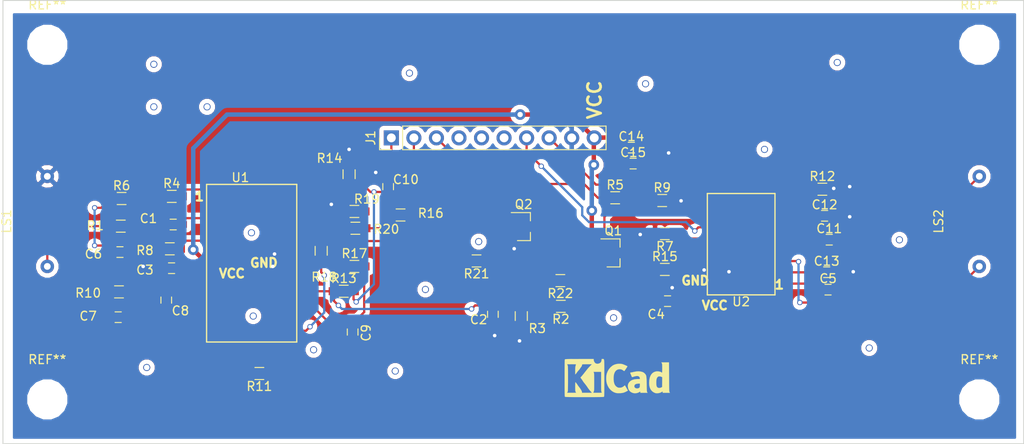
<source format=kicad_pcb>
(kicad_pcb (version 4) (host pcbnew 4.0.7)
  (layers (0 F.Cu signal) (31 B.Cu signal) (34 B.Paste user) (35 F.Paste user) (36 B.SilkS user) (37 F.SilkS user) (38 B.Mask user) (39 F.Mask user) (44 Edge.Cuts user))
  (net 0 "")
  (net 1 "Net-(C1-Pad1)")
  (net 2 "Net-(C1-Pad2)")
  (net 3 "Net-(C2-Pad1)")
  (net 4 GND)
  (net 5 "Net-(C4-Pad1)")
  (net 6 "Net-(C5-Pad1)")
  (net 7 "Net-(C5-Pad2)")
  (net 8 "Net-(C6-Pad1)")
  (net 9 "Net-(C6-Pad2)")
  (net 10 "Net-(C7-Pad2)")
  (net 11 "Net-(C9-Pad1)")
  (net 12 "Net-(C9-Pad2)")
  (net 13 "Net-(C10-Pad1)")
  (net 14 "Net-(C11-Pad1)")
  (net 15 "Net-(C11-Pad2)")
  (net 16 "Net-(C12-Pad1)")
  (net 17 "Net-(C13-Pad1)")
  (net 18 VCC)
  (net 19 "Net-(J1-Pad1)")
  (net 20 "Net-(J1-Pad2)")
  (net 21 "Net-(J1-Pad3)")
  (net 22 "Net-(J1-Pad4)")
  (net 23 "Net-(J1-Pad5)")
  (net 24 "Net-(J1-Pad6)")
  (net 25 "Net-(J1-Pad7)")
  (net 26 "Net-(J1-Pad8)")
  (net 27 "Net-(LS1-Pad1)")
  (net 28 "Net-(LS2-Pad1)")
  (net 29 "Net-(LS2-Pad2)")
  (net 30 "Net-(Q1-Pad1)")
  (net 31 "Net-(Q2-Pad1)")
  (net 32 "Net-(R4-Pad1)")
  (net 33 "Net-(R7-Pad1)")
  (net 34 "Net-(R9-Pad1)")
  (net 35 "Net-(R12-Pad1)")
  (net 36 "Net-(R15-Pad1)")
  (net 37 "Net-(R17-Pad1)")
  (net 38 "Net-(R18-Pad2)")
  (net 39 "Net-(R19-Pad1)")
  (module via (layer F.Cu) (at 164 94.4)
    (fp_text reference REF** hide)
    (fp_text value via)
    (pad 1 thru_hole circle (at 0 2.6) (size 0.8 0.8) (drill 0.6) (layers *.Cu))
  )
  (module via (layer F.Cu) (at 105 126.8)
    (fp_text reference REF** hide)
    (fp_text value via)
    (pad 1 thru_hole circle (at 0 2.6) (size 0.8 0.8) (drill 0.6) (layers *.Cu))
  )
  (module via (layer F.Cu) (at 86.2 128.8)
    (fp_text reference REF** hide)
    (fp_text value via)
    (pad 1 thru_hole circle (at 0 2.6) (size 0.8 0.8) (drill 0.6) (layers *.Cu))
  )
  (module via (layer F.Cu) (at 98.2 123)
    (fp_text reference REF** hide)
    (fp_text value via)
    (pad 1 thru_hole circle (at 0 2.6) (size 0.8 0.8) (drill 0.6) (layers *.Cu))
  )
  (module via (layer F.Cu) (at 98 113.6)
    (fp_text reference REF** hide)
    (fp_text value via)
    (pad 1 thru_hole circle (at 0 2.6) (size 0.8 0.8) (drill 0.6) (layers *.Cu))
  )
  (module via (layer F.Cu) (at 114.2 129.2)
    (fp_text reference REF** hide)
    (fp_text value via)
    (pad 1 thru_hole circle (at 0 2.6) (size 0.8 0.8) (drill 0.6) (layers *.Cu))
  )
  (module via (layer F.Cu) (at 138.8 123.2)
    (fp_text reference REF** hide)
    (fp_text value via)
    (pad 1 thru_hole circle (at 0 2.6) (size 0.8 0.8) (drill 0.6) (layers *.Cu))
  )
  (module via (layer F.Cu) (at 167.6 126.6)
    (fp_text reference REF** hide)
    (fp_text value via)
    (pad 1 thru_hole circle (at 0 2.6) (size 0.8 0.8) (drill 0.6) (layers *.Cu))
  )
  (module via (layer F.Cu) (at 171 114.4)
    (fp_text reference REF** hide)
    (fp_text value via)
    (pad 1 thru_hole circle (at 0 2.6) (size 0.8 0.8) (drill 0.6) (layers *.Cu))
  )
  (module via (layer F.Cu) (at 155.8 104.2)
    (fp_text reference REF** hide)
    (fp_text value via)
    (pad 1 thru_hole circle (at 0 2.6) (size 0.8 0.8) (drill 0.6) (layers *.Cu))
  )
  (module via (layer F.Cu) (at 142.4 96.8)
    (fp_text reference REF** hide)
    (fp_text value via)
    (pad 1 thru_hole circle (at 0 2.6) (size 0.8 0.8) (drill 0.6) (layers *.Cu))
  )
  (module via (layer F.Cu) (at 117.6 120)
    (fp_text reference REF** hide)
    (fp_text value via)
    (pad 1 thru_hole circle (at 0 2.6) (size 0.8 0.8) (drill 0.6) (layers *.Cu))
  )
  (module via (layer F.Cu) (at 123.6 114.6)
    (fp_text reference REF** hide)
    (fp_text value via)
    (pad 1 thru_hole circle (at 0 2.6) (size 0.8 0.8) (drill 0.6) (layers *.Cu))
  )
  (module via (layer F.Cu) (at 93 99.4)
    (fp_text reference REF** hide)
    (fp_text value via)
    (pad 1 thru_hole circle (at 0 2.6) (size 0.8 0.8) (drill 0.6) (layers *.Cu))
  )
  (module via (layer F.Cu) (at 87 99.4)
    (fp_text reference REF** hide)
    (fp_text value via)
    (pad 1 thru_hole circle (at 0 2.6) (size 0.8 0.8) (drill 0.6) (layers *.Cu))
  )
  (module via (layer F.Cu) (at 115.8 98.2)
    (fp_text reference REF** hide)
    (fp_text value via hide)
    (pad 1 thru_hole circle (at 0 0) (size 0.8 0.8) (drill 0.6) (layers *.Cu))
  )
  (module via (layer F.Cu) (at 87 97.2)
    (fp_text reference REF** hide)
    (fp_text value via hide)
    (pad 1 thru_hole circle (at 0 0) (size 0.8 0.8) (drill 0.6) (layers *.Cu))
  )
  (module Resistors_SMD:R_0603_HandSoldering (layer F.Cu) (at 144.57154 120.34012)
    (fp_text reference R15 (at 0 -1.45) (layer F.SilkS))
    (fp_text value 10K)
    (pad 1 smd rect (at -1.1 0) (size 1.2 0.9) (layers F.Cu F.Paste F.Mask) (net 36 "Net-(R15-Pad1)"))
    (pad 2 smd rect (at 1.1 0) (size 1.2 0.9) (layers F.Cu F.Paste F.Mask) (net 4 GND))
  )
  (module EM78P153S:MAX232A (layer F.Cu) (at 150.63216 124.47778 180)
    (fp_text reference U2 (at -2.54 0.5 180) (layer F.SilkS))
    (fp_text value MAX232)
    (pad 1 smd rect (at -5.08 2.54 180) (size 1.1 0.5) (layers F.Cu F.Paste F.Mask) (net 6 "Net-(C5-Pad1)"))
    (pad 2 smd rect (at -5.08 3.81 180) (size 1.1 0.5) (layers F.Cu F.Paste F.Mask) (net 17 "Net-(C13-Pad1)"))
    (pad 3 smd rect (at -5.08 5.08 180) (size 1.1 0.5) (layers F.Cu F.Paste F.Mask) (net 7 "Net-(C5-Pad2)"))
    (pad 4 smd rect (at -5.08 6.35 180) (size 1.1 0.5) (layers F.Cu F.Paste F.Mask) (net 14 "Net-(C11-Pad1)"))
    (pad 5 smd rect (at -5.08 7.62 180) (size 1.1 0.5) (layers F.Cu F.Paste F.Mask) (net 15 "Net-(C11-Pad2)"))
    (pad 6 smd rect (at -5.08 8.89 180) (size 1.1 0.5) (layers F.Cu F.Paste F.Mask) (net 16 "Net-(C12-Pad1)"))
    (pad 7 smd rect (at -5.08 10.16 180) (size 1.1 0.5) (layers F.Cu F.Paste F.Mask) (net 29 "Net-(LS2-Pad2)"))
    (pad 8 smd rect (at -5.08 11.43 180) (size 1.1 0.5) (layers F.Cu F.Paste F.Mask) (net 35 "Net-(R12-Pad1)"))
    (pad 9 smd rect (at 0 11.43 180) (size 1.1 0.5) (layers F.Cu F.Paste F.Mask) (net 34 "Net-(R9-Pad1)"))
    (pad 10 smd rect (at 0 10.16 180) (size 1.1 0.5) (layers F.Cu F.Paste F.Mask) (net 26 "Net-(J1-Pad8)"))
    (pad 11 smd rect (at 0 8.89 180) (size 1.1 0.5) (layers F.Cu F.Paste F.Mask) (net 25 "Net-(J1-Pad7)"))
    (pad 12 smd rect (at 0 7.62 180) (size 1.1 0.5) (layers F.Cu F.Paste F.Mask) (net 33 "Net-(R7-Pad1)"))
    (pad 13 smd rect (at 0 6.35 180) (size 1.1 0.5) (layers F.Cu F.Paste F.Mask) (net 36 "Net-(R15-Pad1)"))
    (pad 14 smd rect (at 0 5.08 180) (size 1.1 0.5) (layers F.Cu F.Paste F.Mask) (net 28 "Net-(LS2-Pad1)"))
    (pad 15 smd rect (at 0 3.81 180) (size 1.1 0.5) (layers F.Cu F.Paste F.Mask) (net 4 GND))
    (pad 16 smd rect (at 0 2.54 180) (size 1.1 0.5) (layers F.Cu F.Paste F.Mask) (net 5 "Net-(C4-Pad1)"))
  )
  (module EM78P153S:LM324 (layer F.Cu) (at 96.75368 109.47654)
    (fp_text reference U1 (at 0 0.5) (layer F.SilkS))
    (fp_text value LM324)
    (pad 1 smd rect (at -2.54 2.54) (size 1.1 0.5) (layers F.Cu F.Paste F.Mask) (net 32 "Net-(R4-Pad1)"))
    (pad 2 smd rect (at -2.54 5.08) (size 1.1 0.5) (layers F.Cu F.Paste F.Mask) (net 2 "Net-(C1-Pad2)"))
    (pad 3 smd rect (at -2.54 7.62) (size 1.1 0.5) (layers F.Cu F.Paste F.Mask) (net 3 "Net-(C2-Pad1)"))
    (pad 4 smd rect (at -2.54 10.16) (size 1.1 0.5) (layers F.Cu F.Paste F.Mask) (net 18 VCC))
    (pad 5 smd rect (at -2.54 12.7) (size 1.1 0.5) (layers F.Cu F.Paste F.Mask) (net 3 "Net-(C2-Pad1)"))
    (pad 6 smd rect (at -2.54 15.24) (size 1.1 0.5) (layers F.Cu F.Paste F.Mask) (net 9 "Net-(C6-Pad2)"))
    (pad 7 smd rect (at -2.54 17.78) (size 1.1 0.5) (layers F.Cu F.Paste F.Mask) (net 10 "Net-(C7-Pad2)"))
    (pad 8 smd rect (at 5.08 17.78) (size 1.1 0.5) (layers F.Cu F.Paste F.Mask) (net 37 "Net-(R17-Pad1)"))
    (pad 9 smd rect (at 5.08 15.24) (size 1.1 0.5) (layers F.Cu F.Paste F.Mask) (net 12 "Net-(C9-Pad2)"))
    (pad 10 smd rect (at 5.08 12.7) (size 1.1 0.5) (layers F.Cu F.Paste F.Mask) (net 3 "Net-(C2-Pad1)"))
    (pad 11 smd rect (at 5.08 10.16) (size 1.1 0.5) (layers F.Cu F.Paste F.Mask) (net 4 GND))
    (pad 12 smd rect (at 5.08 7.62) (size 1.1 0.5) (layers F.Cu F.Paste F.Mask) (net 38 "Net-(R18-Pad2)"))
    (pad 13 smd rect (at 5.08 5.08) (size 1.1 0.5) (layers F.Cu F.Paste F.Mask) (net 13 "Net-(C10-Pad1)"))
    (pad 14 smd rect (at 5.08 2.54) (size 1.1 0.5) (layers F.Cu F.Paste F.Mask) (net 39 "Net-(R19-Pad1)"))
  )
  (module Capacitors_SMD:C_0603_HandSoldering (layer F.Cu) (at 89.18194 115.27282)
    (fp_text reference C1 (at -2.78194 -0.67282) (layer F.SilkS))
    (fp_text value 10n)
    (pad 1 smd rect (at -0.95 0) (size 1.2 0.75) (layers F.Cu F.Paste F.Mask) (net 1 "Net-(C1-Pad1)"))
    (pad 2 smd rect (at 0.95 0) (size 1.2 0.75) (layers F.Cu F.Paste F.Mask) (net 2 "Net-(C1-Pad2)"))
  )
  (module Capacitors_SMD:C_0603_HandSoldering (layer F.Cu) (at 125.2 125.4 270)
    (fp_text reference C2 (at 0.6 1.6 360) (layer F.SilkS))
    (fp_text value 1u2)
    (pad 1 smd rect (at -0.95 0 270) (size 1.2 0.75) (layers F.Cu F.Paste F.Mask) (net 3 "Net-(C2-Pad1)"))
    (pad 2 smd rect (at 0.95 0 270) (size 1.2 0.75) (layers F.Cu F.Paste F.Mask) (net 4 GND))
  )
  (module Capacitors_SMD:C_0603_HandSoldering (layer F.Cu) (at 89 120.2 180)
    (fp_text reference C3 (at 3 -0.2 180) (layer F.SilkS))
    (fp_text value 150n)
    (pad 1 smd rect (at -0.95 0 180) (size 1.2 0.75) (layers F.Cu F.Paste F.Mask) (net 3 "Net-(C2-Pad1)"))
    (pad 2 smd rect (at 0.95 0 180) (size 1.2 0.75) (layers F.Cu F.Paste F.Mask) (net 4 GND))
  )
  (module Capacitors_SMD:C_0603_HandSoldering (layer F.Cu) (at 144.87902 123.91644)
    (fp_text reference C4 (at -1.27902 1.48356) (layer F.SilkS))
    (fp_text value 10uF)
    (pad 1 smd rect (at -0.95 0) (size 1.2 0.75) (layers F.Cu F.Paste F.Mask) (net 5 "Net-(C4-Pad1)"))
    (pad 2 smd rect (at 0.95 0) (size 1.2 0.75) (layers F.Cu F.Paste F.Mask) (net 4 GND))
  )
  (module Capacitors_SMD:C_0603_HandSoldering (layer F.Cu) (at 162.96128 122.6185)
    (fp_text reference C5 (at 0 -1.25) (layer F.SilkS))
    (fp_text value 1uF)
    (pad 1 smd rect (at -0.95 0) (size 1.2 0.75) (layers F.Cu F.Paste F.Mask) (net 6 "Net-(C5-Pad1)"))
    (pad 2 smd rect (at 0.95 0) (size 1.2 0.75) (layers F.Cu F.Paste F.Mask) (net 7 "Net-(C5-Pad2)"))
  )
  (module Capacitors_SMD:C_0603_HandSoldering (layer F.Cu) (at 83.18496 118.38178)
    (fp_text reference C6 (at -2.98496 0.21822) (layer F.SilkS))
    (fp_text value 1n)
    (pad 1 smd rect (at -0.95 0) (size 1.2 0.75) (layers F.Cu F.Paste F.Mask) (net 8 "Net-(C6-Pad1)"))
    (pad 2 smd rect (at 0.95 0) (size 1.2 0.75) (layers F.Cu F.Paste F.Mask) (net 9 "Net-(C6-Pad2)"))
  )
  (module Capacitors_SMD:C_0603_HandSoldering (layer F.Cu) (at 82.98496 125.7266)
    (fp_text reference C7 (at -3.38496 -0.1266) (layer F.SilkS))
    (fp_text value 1n)
    (pad 1 smd rect (at -0.95 0) (size 1.2 0.75) (layers F.Cu F.Paste F.Mask) (net 8 "Net-(C6-Pad1)"))
    (pad 2 smd rect (at 0.95 0) (size 1.2 0.75) (layers F.Cu F.Paste F.Mask) (net 10 "Net-(C7-Pad2)"))
  )
  (module Capacitors_SMD:C_0603_HandSoldering (layer F.Cu) (at 88.4 123.8 270)
    (fp_text reference C8 (at 1.2 -1.6 360) (layer F.SilkS))
    (fp_text value 12p)
    (pad 1 smd rect (at -0.95 0 270) (size 1.2 0.75) (layers F.Cu F.Paste F.Mask) (net 9 "Net-(C6-Pad2)"))
    (pad 2 smd rect (at 0.95 0 270) (size 1.2 0.75) (layers F.Cu F.Paste F.Mask) (net 10 "Net-(C7-Pad2)"))
  )
  (module Capacitors_SMD:C_0603_HandSoldering (layer F.Cu) (at 109.4 127.4 90)
    (fp_text reference C9 (at -0.0924 1.5116 90) (layer F.SilkS))
    (fp_text value 10n)
    (pad 1 smd rect (at -0.95 0 90) (size 1.2 0.75) (layers F.Cu F.Paste F.Mask) (net 11 "Net-(C9-Pad1)"))
    (pad 2 smd rect (at 0.95 0 90) (size 1.2 0.75) (layers F.Cu F.Paste F.Mask) (net 12 "Net-(C9-Pad2)"))
  )
  (module Capacitors_SMD:C_0603_HandSoldering (layer F.Cu) (at 113.4 111 90)
    (fp_text reference C10 (at 0.8 2 180) (layer F.SilkS))
    (fp_text value CP1_Small)
    (pad 1 smd rect (at -0.95 0 90) (size 1.2 0.75) (layers F.Cu F.Paste F.Mask) (net 13 "Net-(C10-Pad1)"))
    (pad 2 smd rect (at 0.95 0 90) (size 1.2 0.75) (layers F.Cu F.Paste F.Mask) (net 4 GND))
  )
  (module Capacitors_SMD:C_0603_HandSoldering (layer F.Cu) (at 163.09336 116.98478)
    (fp_text reference C11 (at 0 -1.25) (layer F.SilkS))
    (fp_text value 1uF)
    (pad 1 smd rect (at -0.95 0) (size 1.2 0.75) (layers F.Cu F.Paste F.Mask) (net 14 "Net-(C11-Pad1)"))
    (pad 2 smd rect (at 0.95 0) (size 1.2 0.75) (layers F.Cu F.Paste F.Mask) (net 15 "Net-(C11-Pad2)"))
  )
  (module Capacitors_SMD:C_0603_HandSoldering (layer F.Cu) (at 162.57266 114.28984)
    (fp_text reference C12 (at 0 -1.25) (layer F.SilkS))
    (fp_text value 1uF)
    (pad 1 smd rect (at -0.95 0) (size 1.2 0.75) (layers F.Cu F.Paste F.Mask) (net 16 "Net-(C12-Pad1)"))
    (pad 2 smd rect (at 0.95 0) (size 1.2 0.75) (layers F.Cu F.Paste F.Mask) (net 4 GND))
  )
  (module Capacitors_SMD:C_0603_HandSoldering (layer F.Cu) (at 162.80888 120.65254)
    (fp_text reference C13 (at 0 -1.25) (layer F.SilkS))
    (fp_text value 1uF)
    (pad 1 smd rect (at -0.95 0) (size 1.2 0.75) (layers F.Cu F.Paste F.Mask) (net 17 "Net-(C13-Pad1)"))
    (pad 2 smd rect (at 0.95 0) (size 1.2 0.75) (layers F.Cu F.Paste F.Mask) (net 4 GND))
  )
  (module Capacitors_SMD:C_0603_HandSoldering (layer F.Cu) (at 140.8 106.6)
    (fp_text reference C14 (at 0 -1.25) (layer F.SilkS))
    (fp_text value 10uF)
    (pad 1 smd rect (at -0.95 0) (size 1.2 0.75) (layers F.Cu F.Paste F.Mask) (net 18 VCC))
    (pad 2 smd rect (at 0.95 0) (size 1.2 0.75) (layers F.Cu F.Paste F.Mask) (net 4 GND))
  )
  (module Capacitors_SMD:C_0603_HandSoldering (layer F.Cu) (at 141 108.4)
    (fp_text reference C15 (at 0 -1.25) (layer F.SilkS))
    (fp_text value 10uF)
    (pad 1 smd rect (at -0.95 0) (size 1.2 0.75) (layers F.Cu F.Paste F.Mask) (net 18 VCC))
    (pad 2 smd rect (at 0.95 0) (size 1.2 0.75) (layers F.Cu F.Paste F.Mask) (net 4 GND))
  )
  (module Socket_Strips:Socket_Strip_Straight_1x10_Pitch2.54mm (layer F.Cu) (at 113.76 105.5 90)
    (fp_text reference J1 (at 0 -2.33 90) (layer F.SilkS))
    (fp_text value Conn_01x10_Male)
    (pad 1 thru_hole rect (at 0 0 90) (size 1.7 1.7) (drill 1) (layers *.Cu *.Mask) (net 19 "Net-(J1-Pad1)"))
    (pad 2 thru_hole oval (at 0 2.54 90) (size 1.7 1.7) (drill 1) (layers *.Cu *.Mask) (net 20 "Net-(J1-Pad2)"))
    (pad 3 thru_hole oval (at 0 5.08 90) (size 1.7 1.7) (drill 1) (layers *.Cu *.Mask) (net 21 "Net-(J1-Pad3)"))
    (pad 4 thru_hole oval (at 0 7.62 90) (size 1.7 1.7) (drill 1) (layers *.Cu *.Mask) (net 22 "Net-(J1-Pad4)"))
    (pad 5 thru_hole oval (at 0 10.16 90) (size 1.7 1.7) (drill 1) (layers *.Cu *.Mask) (net 23 "Net-(J1-Pad5)"))
    (pad 6 thru_hole oval (at 0 12.7 90) (size 1.7 1.7) (drill 1) (layers *.Cu *.Mask) (net 24 "Net-(J1-Pad6)"))
    (pad 7 thru_hole oval (at 0 15.24 90) (size 1.7 1.7) (drill 1) (layers *.Cu *.Mask) (net 25 "Net-(J1-Pad7)"))
    (pad 8 thru_hole oval (at 0 17.78 90) (size 1.7 1.7) (drill 1) (layers *.Cu *.Mask) (net 26 "Net-(J1-Pad8)"))
    (pad 9 thru_hole oval (at 0 20.32 90) (size 1.7 1.7) (drill 1) (layers *.Cu *.Mask) (net 4 GND))
    (pad 10 thru_hole oval (at 0 22.86 90) (size 1.7 1.7) (drill 1) (layers *.Cu *.Mask) (net 18 VCC))
  )
  (module EM78P153S:ultrasonic_speaker (layer F.Cu) (at 69.92 114.92 90)
    (fp_text reference LS1 (at 0 0.5 90) (layer F.SilkS))
    (fp_text value Speaker)
    (pad 1 thru_hole circle (at -5.08 5.08 90) (size 1.524 1.524) (drill 0.762) (layers *.Cu *.Mask) (net 27 "Net-(LS1-Pad1)"))
    (pad 2 thru_hole circle (at 5.08 5.08 90) (size 1.524 1.524) (drill 0.762) (layers *.Cu *.Mask) (net 4 GND))
  )
  (module EM78P153S:ultrasonic_speaker (layer F.Cu) (at 174.92 114.92 90)
    (fp_text reference LS2 (at 0 0.5 90) (layer F.SilkS))
    (fp_text value Speaker)
    (pad 1 thru_hole circle (at -5.08 5.08 90) (size 1.524 1.524) (drill 0.762) (layers *.Cu *.Mask) (net 28 "Net-(LS2-Pad1)"))
    (pad 2 thru_hole circle (at 5.08 5.08 90) (size 1.524 1.524) (drill 0.762) (layers *.Cu *.Mask) (net 29 "Net-(LS2-Pad2)"))
  )
  (module TO_SOT_Packages_SMD:SOT-23 (layer F.Cu) (at 138.76604 118.47576)
    (fp_text reference Q1 (at 0 -2.5) (layer F.SilkS))
    (fp_text value BC857)
    (pad 1 smd rect (at -1 -0.95) (size 0.9 0.8) (layers F.Cu F.Paste F.Mask) (net 30 "Net-(Q1-Pad1)"))
    (pad 2 smd rect (at -1 0.95) (size 0.9 0.8) (layers F.Cu F.Paste F.Mask) (net 18 VCC))
    (pad 3 smd rect (at 1 0) (size 0.9 0.8) (layers F.Cu F.Paste F.Mask) (net 5 "Net-(C4-Pad1)"))
  )
  (module TO_SOT_Packages_SMD:SOT-23 (layer F.Cu) (at 128.6674 115.50716)
    (fp_text reference Q2 (at 0 -2.5) (layer F.SilkS))
    (fp_text value BC857)
    (pad 1 smd rect (at -1 -0.95) (size 0.9 0.8) (layers F.Cu F.Paste F.Mask) (net 31 "Net-(Q2-Pad1)"))
    (pad 2 smd rect (at -1 0.95) (size 0.9 0.8) (layers F.Cu F.Paste F.Mask) (net 4 GND))
    (pad 3 smd rect (at 1 0) (size 0.9 0.8) (layers F.Cu F.Paste F.Mask) (net 20 "Net-(J1-Pad2)"))
  )
  (module Resistors_SMD:R_0603_HandSoldering (layer F.Cu) (at 83.2788 115.4557 180)
    (fp_text reference R1 (at 2.8788 0.0557 180) (layer F.SilkS))
    (fp_text value 10K)
    (pad 1 smd rect (at -1.1 0 180) (size 1.2 0.9) (layers F.Cu F.Paste F.Mask) (net 1 "Net-(C1-Pad1)"))
    (pad 2 smd rect (at 1.1 0 180) (size 1.2 0.9) (layers F.Cu F.Paste F.Mask) (net 27 "Net-(LS1-Pad1)"))
  )
  (module Resistors_SMD:R_0603_HandSoldering (layer F.Cu) (at 132.85706 124.50318 180)
    (fp_text reference R2 (at 0 -1.45 180) (layer F.SilkS))
    (fp_text value 1K)
    (pad 1 smd rect (at -1.1 0 180) (size 1.2 0.9) (layers F.Cu F.Paste F.Mask) (net 18 VCC))
    (pad 2 smd rect (at 1.1 0 180) (size 1.2 0.9) (layers F.Cu F.Paste F.Mask) (net 3 "Net-(C2-Pad1)"))
  )
  (module Resistors_SMD:R_0603_HandSoldering (layer F.Cu) (at 128.4 125.6 270)
    (fp_text reference R3 (at 1.4 -1.8 360) (layer F.SilkS))
    (fp_text value 1K)
    (pad 1 smd rect (at -1.1 0 270) (size 1.2 0.9) (layers F.Cu F.Paste F.Mask) (net 3 "Net-(C2-Pad1)"))
    (pad 2 smd rect (at 1.1 0 270) (size 1.2 0.9) (layers F.Cu F.Paste F.Mask) (net 4 GND))
  )
  (module Resistors_SMD:R_0603_HandSoldering (layer F.Cu) (at 89.02174 112.10036)
    (fp_text reference R4 (at 0 -1.45) (layer F.SilkS))
    (fp_text value 62K)
    (pad 1 smd rect (at -1.1 0) (size 1.2 0.9) (layers F.Cu F.Paste F.Mask) (net 32 "Net-(R4-Pad1)"))
    (pad 2 smd rect (at 1.1 0) (size 1.2 0.9) (layers F.Cu F.Paste F.Mask) (net 2 "Net-(C1-Pad2)"))
  )
  (module Resistors_SMD:R_0603_HandSoldering (layer F.Cu) (at 138.97592 112.25784)
    (fp_text reference R5 (at 0 -1.45) (layer F.SilkS))
    (fp_text value 1K)
    (pad 1 smd rect (at -1.1 0) (size 1.2 0.9) (layers F.Cu F.Paste F.Mask) (net 21 "Net-(J1-Pad3)"))
    (pad 2 smd rect (at 1.1 0) (size 1.2 0.9) (layers F.Cu F.Paste F.Mask) (net 30 "Net-(Q1-Pad1)"))
  )
  (module Resistors_SMD:R_0603_HandSoldering (layer F.Cu) (at 83.37016 112.34166)
    (fp_text reference R6 (at 0 -1.45) (layer F.SilkS))
    (fp_text value 6K2)
    (pad 1 smd rect (at -1.1 0) (size 1.2 0.9) (layers F.Cu F.Paste F.Mask) (net 8 "Net-(C6-Pad1)"))
    (pad 2 smd rect (at 1.1 0) (size 1.2 0.9) (layers F.Cu F.Paste F.Mask) (net 32 "Net-(R4-Pad1)"))
  )
  (module Resistors_SMD:R_0603_HandSoldering (layer F.Cu) (at 144.57154 116.29898 180)
    (fp_text reference R7 (at 0 -1.45 180) (layer F.SilkS))
    (fp_text value 10K)
    (pad 1 smd rect (at -1.1 0 180) (size 1.2 0.9) (layers F.Cu F.Paste F.Mask) (net 33 "Net-(R7-Pad1)"))
    (pad 2 smd rect (at 1.1 0 180) (size 1.2 0.9) (layers F.Cu F.Paste F.Mask) (net 4 GND))
  )
  (module Resistors_SMD:R_0603_HandSoldering (layer F.Cu) (at 88.8033 118.01348)
    (fp_text reference R8 (at -2.8033 0.18652) (layer F.SilkS))
    (fp_text value 1K)
    (pad 1 smd rect (at -1.1 0) (size 1.2 0.9) (layers F.Cu F.Paste F.Mask) (net 8 "Net-(C6-Pad1)"))
    (pad 2 smd rect (at 1.1 0) (size 1.2 0.9) (layers F.Cu F.Paste F.Mask) (net 3 "Net-(C2-Pad1)"))
  )
  (module Resistors_SMD:R_0603_HandSoldering (layer F.Cu) (at 144.27454 112.56772)
    (fp_text reference R9 (at 0 -1.45) (layer F.SilkS))
    (fp_text value 10K)
    (pad 1 smd rect (at -1.1 0) (size 1.2 0.9) (layers F.Cu F.Paste F.Mask) (net 34 "Net-(R9-Pad1)"))
    (pad 2 smd rect (at 1.1 0) (size 1.2 0.9) (layers F.Cu F.Paste F.Mask) (net 4 GND))
  )
  (module Resistors_SMD:R_0603_HandSoldering (layer F.Cu) (at 83.07662 122.87164)
    (fp_text reference R10 (at -3.47662 0.12836) (layer F.SilkS))
    (fp_text value 18k)
    (pad 1 smd rect (at -1.1 0) (size 1.2 0.9) (layers F.Cu F.Paste F.Mask) (net 10 "Net-(C7-Pad2)"))
    (pad 2 smd rect (at 1.1 0) (size 1.2 0.9) (layers F.Cu F.Paste F.Mask) (net 9 "Net-(C6-Pad2)"))
  )
  (module Resistors_SMD:R_0603_HandSoldering (layer F.Cu) (at 98.89 132.08 180)
    (fp_text reference R11 (at 0 -1.45 180) (layer F.SilkS))
    (fp_text value 10K)
    (pad 1 smd rect (at -1.1 0 180) (size 1.2 0.9) (layers F.Cu F.Paste F.Mask) (net 11 "Net-(C9-Pad1)"))
    (pad 2 smd rect (at 1.1 0 180) (size 1.2 0.9) (layers F.Cu F.Paste F.Mask) (net 10 "Net-(C7-Pad2)"))
  )
  (module Resistors_SMD:R_0603_HandSoldering (layer F.Cu) (at 162.32106 111.29264)
    (fp_text reference R12 (at 0 -1.45) (layer F.SilkS))
    (fp_text value 10K)
    (pad 1 smd rect (at -1.1 0) (size 1.2 0.9) (layers F.Cu F.Paste F.Mask) (net 35 "Net-(R12-Pad1)"))
    (pad 2 smd rect (at 1.1 0) (size 1.2 0.9) (layers F.Cu F.Paste F.Mask) (net 4 GND))
  )
  (module Resistors_SMD:R_0603_HandSoldering (layer F.Cu) (at 108.4 122.8)
    (fp_text reference R13 (at 0 -1.45) (layer F.SilkS))
    (fp_text value 120K)
    (pad 1 smd rect (at -1.1 0) (size 1.2 0.9) (layers F.Cu F.Paste F.Mask) (net 3 "Net-(C2-Pad1)"))
    (pad 2 smd rect (at 1.1 0) (size 1.2 0.9) (layers F.Cu F.Paste F.Mask) (net 13 "Net-(C10-Pad1)"))
  )
  (module Resistors_SMD:R_0603_HandSoldering (layer F.Cu) (at 109 109.6 90)
    (fp_text reference R14 (at 1.8 -2.2 180) (layer F.SilkS))
    (fp_text value 3M3)
    (pad 1 smd rect (at -1.1 0 90) (size 1.2 0.9) (layers F.Cu F.Paste F.Mask) (net 13 "Net-(C10-Pad1)"))
    (pad 2 smd rect (at 1.1 0 90) (size 1.2 0.9) (layers F.Cu F.Paste F.Mask) (net 4 GND))
  )
  (module Resistors_SMD:R_0603_HandSoldering (layer F.Cu) (at 114.8 114.2)
    (fp_text reference R16 (at 3.4 -0.2) (layer F.SilkS))
    (fp_text value 75K)
    (pad 1 smd rect (at -1.1 0) (size 1.2 0.9) (layers F.Cu F.Paste F.Mask) (net 13 "Net-(C10-Pad1)"))
    (pad 2 smd rect (at 1.1 0) (size 1.2 0.9) (layers F.Cu F.Paste F.Mask) (net 19 "Net-(J1-Pad1)"))
  )
  (module Resistors_SMD:R_0603_HandSoldering (layer F.Cu) (at 109.6 120)
    (fp_text reference R17 (at 0 -1.45) (layer F.SilkS))
    (fp_text value 75K)
    (pad 1 smd rect (at -1.1 0) (size 1.2 0.9) (layers F.Cu F.Paste F.Mask) (net 37 "Net-(R17-Pad1)"))
    (pad 2 smd rect (at 1.1 0) (size 1.2 0.9) (layers F.Cu F.Paste F.Mask) (net 12 "Net-(C9-Pad2)"))
  )
  (module Resistors_SMD:R_0603_HandSoldering (layer F.Cu) (at 105.85704 118.23936 90)
    (fp_text reference R18 (at -2.96064 0.34296 180) (layer F.SilkS))
    (fp_text value 4K53)
    (pad 1 smd rect (at -1.1 0 90) (size 1.2 0.9) (layers F.Cu F.Paste F.Mask) (net 37 "Net-(R17-Pad1)"))
    (pad 2 smd rect (at 1.1 0 90) (size 1.2 0.9) (layers F.Cu F.Paste F.Mask) (net 38 "Net-(R18-Pad2)"))
  )
  (module Resistors_SMD:R_0603_HandSoldering (layer F.Cu) (at 109.70496 115.69446)
    (fp_text reference R19 (at 1.29504 -3.29446) (layer F.SilkS))
    (fp_text value R)
    (pad 1 smd rect (at -1.1 0) (size 1.2 0.9) (layers F.Cu F.Paste F.Mask) (net 39 "Net-(R19-Pad1)"))
    (pad 2 smd rect (at 1.1 0) (size 1.2 0.9) (layers F.Cu F.Paste F.Mask) (net 31 "Net-(Q2-Pad1)"))
  )
  (module Resistors_SMD:R_0603_HandSoldering (layer F.Cu) (at 109.6 113.8 180)
    (fp_text reference R20 (at -3.6 -2 180) (layer F.SilkS))
    (fp_text value R)
    (pad 1 smd rect (at -1.1 0 180) (size 1.2 0.9) (layers F.Cu F.Paste F.Mask) (net 31 "Net-(Q2-Pad1)"))
    (pad 2 smd rect (at 1.1 0 180) (size 1.2 0.9) (layers F.Cu F.Paste F.Mask) (net 4 GND))
  )
  (module Resistors_SMD:R_0603_HandSoldering (layer F.Cu) (at 123.36 119.38 180)
    (fp_text reference R21 (at 0 -1.45 180) (layer F.SilkS))
    (fp_text value 120K)
    (pad 1 smd rect (at -1.1 0 180) (size 1.2 0.9) (layers F.Cu F.Paste F.Mask) (net 20 "Net-(J1-Pad2)"))
    (pad 2 smd rect (at 1.1 0 180) (size 1.2 0.9) (layers F.Cu F.Paste F.Mask) (net 38 "Net-(R18-Pad2)"))
  )
  (module Resistors_SMD:R_0603_HandSoldering (layer F.Cu) (at 132.8 121.6 180)
    (fp_text reference R22 (at 0 -1.45 180) (layer F.SilkS))
    (fp_text value 10K)
    (pad 1 smd rect (at -1.1 0 180) (size 1.2 0.9) (layers F.Cu F.Paste F.Mask) (net 18 VCC))
    (pad 2 smd rect (at 1.1 0 180) (size 1.2 0.9) (layers F.Cu F.Paste F.Mask) (net 20 "Net-(J1-Pad2)"))
  )
  (module Mounting_Holes:MountingHole_3.5mm (layer F.Cu) (at 75 95)
    (fp_text reference REF** (at 0 -4.5) (layer F.SilkS))
    (fp_text value MountingHole_3.5mm)
    (pad 1 np_thru_hole circle (at 0 0) (size 3.5 3.5) (drill 3.5) (layers *.Cu *.Mask))
  )
  (module Mounting_Holes:MountingHole_3.5mm (layer F.Cu) (at 75 135)
    (fp_text reference REF** (at 0 -4.5) (layer F.SilkS))
    (fp_text value MountingHole_3.5mm)
    (pad 1 np_thru_hole circle (at 0 0) (size 3.5 3.5) (drill 3.5) (layers *.Cu *.Mask))
  )
  (module Mounting_Holes:MountingHole_3.5mm (layer F.Cu) (at 180 135)
    (fp_text reference REF** (at 0 -4.5) (layer F.SilkS))
    (fp_text value MountingHole_3.5mm)
    (pad 1 np_thru_hole circle (at 0 0) (size 3.5 3.5) (drill 3.5) (layers *.Cu *.Mask))
  )
  (module Mounting_Holes:MountingHole_3.5mm (layer F.Cu) (at 180 95)
    (fp_text reference REF** (at 0 -4.5) (layer F.SilkS))
    (fp_text value MountingHole_3.5mm)
    (pad 1 np_thru_hole circle (at 0 0) (size 3.5 3.5) (drill 3.5) (layers *.Cu *.Mask))
  )
  (module Symbols:Symbol_KiCAD-Logo_CopperAndSilkScreenTop (layer F.Cu) (at 139.2 132.4)
    (fp_text reference REF** hide)
    (fp_text value "KiCAD Logo" hide)
  )
  (gr_text GND (at 99.4 119.6) (layer F.SilkS) (effects (font (size 1 1) (thickness 0.25))))
  (gr_text VCC (at 95.8 120.8) (layer F.SilkS) (effects (font (size 1 1) (thickness 0.25))))
  (gr_text 1 (at 92.13596 112.11814) (layer F.SilkS) (effects (font (size 1 1) (thickness 0.25))))
  (gr_text GND (at 148 121.6) (layer F.SilkS) (effects (font (size 1 1) (thickness 0.25))))
  (gr_text VCC (at 150.2 124.4) (layer F.SilkS) (effects (font (size 1 1) (thickness 0.25))))
  (gr_text 1 (at 157.48 122.0597) (layer F.SilkS) (effects (font (size 1 1) (thickness 0.25))))
  (gr_text VCC (at 136.65962 101.21138 90) (layer F.SilkS) (effects (font (size 1.5 1.5) (thickness 0.3))))
  (gr_line (start 70 90) (end 185 90) (layer Edge.Cuts) (width 0.1))
  (gr_line (start 70 140) (end 70 90) (layer Edge.Cuts) (width 0.1))
  (gr_line (start 185 140) (end 70 140) (layer Edge.Cuts) (width 0.1))
  (gr_line (start 185 90) (end 185 140) (layer Edge.Cuts) (width 0.1))
  (segment (start 84.3788 115.4557) (end 88.04906 115.4557) (width 0.25) (layer F.Cu) (net 1))
  (segment (start 88.04906 115.4557) (end 88.23194 115.27282) (width 0.25) (layer F.Cu) (net 1))
  (segment (start 94.21368 114.55654) (end 90.22322 114.55654) (width 0.25) (layer F.Cu) (net 2))
  (segment (start 90.22322 114.55654) (end 90.13194 114.64782) (width 0.25) (layer F.Cu) (net 2))
  (segment (start 90.13194 114.64782) (end 90.13194 115.27282) (width 0.25) (layer F.Cu) (net 2))
  (segment (start 90.12174 112.10036) (end 90.12174 115.26262) (width 0.25) (layer F.Cu) (net 2))
  (segment (start 90.12174 115.26262) (end 90.13194 115.27282) (width 0.25) (layer F.Cu) (net 2))
  (segment (start 107.3 122.8) (end 107.3 123.9) (width 0.25) (layer F.Cu) (net 3))
  (segment (start 123.2 124.4) (end 125.15 124.4) (width 0.25) (layer F.Cu) (net 3))
  (segment (start 122.8 124.8) (end 123.2 124.4) (width 0.25) (layer F.Cu) (net 3))
  (via (at 122.8 124.8) (size 0.6) (drill 0.4) (layers F.Cu B.Cu) (net 3))
  (segment (start 108.2 124.8) (end 122.8 124.8) (width 0.25) (layer B.Cu) (net 3))
  (segment (start 107.8 124.4) (end 108.2 124.8) (width 0.25) (layer B.Cu) (net 3))
  (via (at 107.8 124.4) (size 0.6) (drill 0.4) (layers F.Cu B.Cu) (net 3))
  (segment (start 107.3 123.9) (end 107.8 124.4) (width 0.25) (layer F.Cu) (net 3))
  (segment (start 125.15 124.4) (end 125.2 124.45) (width 0.25) (layer F.Cu) (net 3))
  (segment (start 101.83368 122.17654) (end 103.57654 122.17654) (width 0.25) (layer F.Cu) (net 3))
  (segment (start 104.2 122.8) (end 107.3 122.8) (width 0.25) (layer F.Cu) (net 3))
  (segment (start 103.57654 122.17654) (end 104.2 122.8) (width 0.25) (layer F.Cu) (net 3))
  (segment (start 89.95 120.2) (end 91.6 120.2) (width 0.25) (layer F.Cu) (net 3))
  (segment (start 93.57654 122.17654) (end 94.21368 122.17654) (width 0.25) (layer F.Cu) (net 3))
  (segment (start 91.6 120.2) (end 93.57654 122.17654) (width 0.25) (layer F.Cu) (net 3))
  (segment (start 89.95 120.2) (end 89.95 118.06018) (width 0.25) (layer F.Cu) (net 3))
  (segment (start 89.95 118.06018) (end 89.9033 118.01348) (width 0.25) (layer F.Cu) (net 3))
  (segment (start 94.21368 122.17654) (end 101.83368 122.17654) (width 0.25) (layer F.Cu) (net 3))
  (segment (start 128.4 124.5) (end 125.25 124.5) (width 0.25) (layer F.Cu) (net 3))
  (segment (start 125.25 124.5) (end 125.2 124.45) (width 0.25) (layer F.Cu) (net 3))
  (segment (start 128.4 124.5) (end 131.75388 124.5) (width 0.25) (layer F.Cu) (net 3))
  (segment (start 131.75388 124.5) (end 131.75706 124.50318) (width 0.25) (layer F.Cu) (net 3))
  (segment (start 101.94798 122.06224) (end 101.83368 122.17654) (width 0.25) (layer F.Cu) (net 3))
  (segment (start 94.21368 122.17654) (end 93.91368 122.17654) (width 0.25) (layer F.Cu) (net 3))
  (segment (start 94.21368 117.09654) (end 90.12024 117.09654) (width 0.25) (layer F.Cu) (net 3))
  (segment (start 90.12024 117.09654) (end 89.9033 117.31348) (width 0.25) (layer F.Cu) (net 3))
  (segment (start 89.9033 117.31348) (end 89.9033 118.01348) (width 0.25) (layer F.Cu) (net 3))
  (segment (start 131.55368 124.70656) (end 131.75706 124.50318) (width 0.25) (layer F.Cu) (net 3))
  (segment (start 128.30284 124.55906) (end 128.45034 124.70656) (width 0.25) (layer F.Cu) (net 3))
  (segment (start 113.4 110.05) (end 112.65 110.05) (width 0.25) (layer F.Cu) (net 4))
  (segment (start 112 109.4) (end 111.6 109.4) (width 0.25) (layer B.Cu) (net 4))
  (via (at 112 109.4) (size 0.6) (drill 0.4) (layers F.Cu B.Cu) (net 4))
  (segment (start 112.65 110.05) (end 112 109.4) (width 0.25) (layer F.Cu) (net 4))
  (segment (start 150.63216 120.66778) (end 149.26778 120.66778) (width 0.25) (layer F.Cu) (net 4))
  (segment (start 149 120.4) (end 148.6 120) (width 0.25) (layer B.Cu) (net 4))
  (via (at 149 120.4) (size 0.6) (drill 0.4) (layers F.Cu B.Cu) (net 4))
  (segment (start 149.26778 120.66778) (end 149 120.4) (width 0.25) (layer F.Cu) (net 4))
  (segment (start 163.42106 111.29264) (end 164.70736 111.29264) (width 0.25) (layer F.Cu) (net 4))
  (segment (start 165.4 111) (end 165.4 110.4) (width 0.25) (layer B.Cu) (net 4))
  (via (at 165.4 111) (size 0.6) (drill 0.4) (layers F.Cu B.Cu) (net 4))
  (segment (start 165 111) (end 165.4 111) (width 0.25) (layer F.Cu) (net 4))
  (segment (start 164.70736 111.29264) (end 165 111) (width 0.25) (layer F.Cu) (net 4))
  (segment (start 108.5 113.8) (end 107.8 113.8) (width 0.25) (layer F.Cu) (net 4))
  (segment (start 107 113) (end 107 112.2) (width 0.25) (layer B.Cu) (net 4))
  (via (at 107 113) (size 0.6) (drill 0.4) (layers F.Cu B.Cu) (net 4))
  (segment (start 107.8 113.8) (end 107 113) (width 0.25) (layer F.Cu) (net 4))
  (segment (start 109 108.5) (end 109 106.8) (width 0.25) (layer F.Cu) (net 4))
  (segment (start 108.8 106.6) (end 108.6 106.6) (width 0.25) (layer B.Cu) (net 4))
  (segment (start 109 106.8) (end 108.8 106.6) (width 0.25) (layer B.Cu) (net 4))
  (via (at 109 106.8) (size 0.6) (drill 0.4) (layers F.Cu B.Cu) (net 4))
  (segment (start 100.4 120) (end 101.47022 120) (width 0.25) (layer F.Cu) (net 4))
  (segment (start 101.47022 120) (end 101.83368 119.63654) (width 0.25) (layer F.Cu) (net 4))
  (segment (start 101.6 119.6) (end 101.2 119.6) (width 0.25) (layer B.Cu) (net 4))
  (via (at 100.4 120) (size 0.6) (drill 0.4) (layers F.Cu B.Cu) (net 4))
  (segment (start 100.8 120) (end 100.4 120) (width 0.25) (layer B.Cu) (net 4))
  (segment (start 101.2 119.6) (end 100.8 120) (width 0.25) (layer B.Cu) (net 4))
  (segment (start 101.83368 119.63654) (end 101.63654 119.63654) (width 0.25) (layer F.Cu) (net 4))
  (segment (start 101.63654 119.63654) (end 100.6 118.6) (width 0.25) (layer F.Cu) (net 4))
  (segment (start 100.6 118.6) (end 100.2 118.6) (width 0.25) (layer B.Cu) (net 4))
  (via (at 100.6 118.6) (size 0.6) (drill 0.4) (layers F.Cu B.Cu) (net 4))
  (segment (start 88.05 120.2) (end 86 120.2) (width 0.25) (layer F.Cu) (net 4))
  (segment (start 85.8 120) (end 85.8 119.4) (width 0.25) (layer B.Cu) (net 4))
  (via (at 85.8 120) (size 0.6) (drill 0.4) (layers F.Cu B.Cu) (net 4))
  (segment (start 86 120.2) (end 85.8 120) (width 0.25) (layer F.Cu) (net 4))
  (segment (start 128 128.6) (end 127.6 128.6) (width 0.25) (layer B.Cu) (net 4))
  (segment (start 128.2 128.4) (end 128 128.6) (width 0.25) (layer B.Cu) (net 4))
  (via (at 128.2 128.4) (size 0.6) (drill 0.4) (layers F.Cu B.Cu) (net 4))
  (segment (start 128.4 128.2) (end 128.2 128.4) (width 0.25) (layer F.Cu) (net 4))
  (segment (start 128.4 126.7) (end 128.4 128.2) (width 0.25) (layer F.Cu) (net 4))
  (segment (start 125.2 126.35) (end 125.2 127.6) (width 0.25) (layer F.Cu) (net 4))
  (segment (start 125.4 127.8) (end 125.4 128.6) (width 0.25) (layer B.Cu) (net 4))
  (via (at 125.4 127.8) (size 0.6) (drill 0.4) (layers F.Cu B.Cu) (net 4))
  (segment (start 125.2 127.6) (end 125.4 127.8) (width 0.25) (layer F.Cu) (net 4))
  (segment (start 127.6674 116.45716) (end 127.6674 117.6674) (width 0.25) (layer F.Cu) (net 4))
  (via (at 127.6 118) (size 0.6) (drill 0.4) (layers F.Cu B.Cu) (net 4))
  (segment (start 127.6 117.7348) (end 127.6 118) (width 0.25) (layer F.Cu) (net 4))
  (segment (start 127.6674 117.6674) (end 127.6 117.7348) (width 0.25) (layer F.Cu) (net 4))
  (segment (start 145.82902 123.91644) (end 145.82902 122.82902) (width 0.25) (layer F.Cu) (net 4))
  (segment (start 145.4 122.4) (end 145 122) (width 0.25) (layer B.Cu) (net 4))
  (via (at 145.4 122.4) (size 0.6) (drill 0.4) (layers F.Cu B.Cu) (net 4))
  (segment (start 145.82902 122.82902) (end 145.4 122.4) (width 0.25) (layer F.Cu) (net 4))
  (segment (start 145.67154 120.34012) (end 145.67154 121.67154) (width 0.25) (layer F.Cu) (net 4))
  (segment (start 145.67154 121.67154) (end 145.4 122.4) (width 0.25) (layer F.Cu) (net 4))
  (segment (start 145.82902 120.4976) (end 145.67154 120.34012) (width 0.25) (layer F.Cu) (net 4))
  (segment (start 150.63216 120.66778) (end 151.93222 120.66778) (width 0.25) (layer F.Cu) (net 4))
  (via (at 151.8 120.6) (size 0.6) (drill 0.4) (layers F.Cu B.Cu) (net 4))
  (segment (start 151.86444 120.6) (end 151.8 120.6) (width 0.25) (layer F.Cu) (net 4))
  (segment (start 151.93222 120.66778) (end 151.86444 120.6) (width 0.25) (layer F.Cu) (net 4))
  (segment (start 143.47154 116.29898) (end 141.90102 116.29898) (width 0.25) (layer F.Cu) (net 4))
  (via (at 141.8 116.4) (size 0.6) (drill 0.4) (layers F.Cu B.Cu) (net 4))
  (segment (start 141.90102 116.29898) (end 141.8 116.4) (width 0.25) (layer F.Cu) (net 4))
  (segment (start 145.37454 112.56772) (end 146.36772 112.56772) (width 0.25) (layer F.Cu) (net 4))
  (via (at 146.4 112.6) (size 0.6) (drill 0.4) (layers F.Cu B.Cu) (net 4))
  (segment (start 146.36772 112.56772) (end 146.4 112.6) (width 0.25) (layer F.Cu) (net 4))
  (segment (start 134.08 105.5) (end 134.08 104.48) (width 0.25) (layer B.Cu) (net 4))
  (segment (start 134.08 104.48) (end 133.2 103.6) (width 0.25) (layer B.Cu) (net 4))
  (segment (start 134.08 105.5) (end 134.08 106.68) (width 0.25) (layer B.Cu) (net 4))
  (segment (start 134.08 106.68) (end 135 107.6) (width 0.25) (layer B.Cu) (net 4))
  (segment (start 141.95 108.4) (end 143.8 108.4) (width 0.25) (layer F.Cu) (net 4))
  (via (at 145 107.2) (size 0.6) (drill 0.4) (layers F.Cu B.Cu) (net 4))
  (segment (start 143.8 108.4) (end 145 107.2) (width 0.25) (layer F.Cu) (net 4))
  (via (at 163.6 111.2) (size 0.6) (drill 0.4) (layers F.Cu B.Cu) (net 4))
  (segment (start 163.52266 114.28984) (end 165.28984 114.28984) (width 0.25) (layer F.Cu) (net 4))
  (via (at 165.4 114.4) (size 0.6) (drill 0.4) (layers F.Cu B.Cu) (net 4))
  (segment (start 165.28984 114.28984) (end 165.4 114.4) (width 0.25) (layer F.Cu) (net 4))
  (segment (start 163.75888 120.65254) (end 165.74746 120.65254) (width 0.25) (layer F.Cu) (net 4))
  (segment (start 165.6 120.6) (end 165.8 120.8) (width 0.25) (layer B.Cu) (net 4))
  (segment (start 165.8 120.6) (end 165.6 120.6) (width 0.25) (layer B.Cu) (net 4))
  (via (at 165.8 120.6) (size 0.6) (drill 0.4) (layers F.Cu B.Cu) (net 4))
  (segment (start 165.74746 120.65254) (end 165.8 120.6) (width 0.25) (layer F.Cu) (net 4))
  (segment (start 163.42106 114.18824) (end 163.52266 114.28984) (width 0.25) (layer F.Cu) (net 4))
  (segment (start 141.725 108.4) (end 141.95 108.4) (width 0.25) (layer F.Cu) (net 4))
  (segment (start 145.67154 112.86472) (end 145.37454 112.56772) (width 0.25) (layer F.Cu) (net 4))
  (segment (start 141.95 106.6) (end 141.76212 108.21212) (width 0.25) (layer F.Cu) (net 4))
  (segment (start 141.76212 108.21212) (end 141.95 108.4) (width 0.25) (layer F.Cu) (net 4))
  (segment (start 127.6174 116.45716) (end 127.6674 116.45716) (width 0.25) (layer F.Cu) (net 4))
  (segment (start 143.47154 116.29898) (end 142.9639 116.29898) (width 0.25) (layer F.Cu) (net 4))
  (segment (start 143.92902 123.91644) (end 144.15402 123.91644) (width 0.25) (layer F.Cu) (net 5))
  (segment (start 144.15402 123.91644) (end 144.854021 124.616441) (width 0.25) (layer F.Cu) (net 5))
  (segment (start 144.854021 124.616441) (end 147.153499 124.616441) (width 0.25) (layer F.Cu) (net 5))
  (segment (start 147.153499 124.616441) (end 149.83216 121.93778) (width 0.25) (layer F.Cu) (net 5))
  (segment (start 149.83216 121.93778) (end 150.63216 121.93778) (width 0.25) (layer F.Cu) (net 5))
  (segment (start 139.76604 118.47576) (end 139.76604 119.97846) (width 0.25) (layer F.Cu) (net 5))
  (segment (start 139.76604 119.97846) (end 143.70402 123.91644) (width 0.25) (layer F.Cu) (net 5))
  (segment (start 143.70402 123.91644) (end 143.92902 123.91644) (width 0.25) (layer F.Cu) (net 5))
  (segment (start 161.95556 121.93778) (end 155.71216 121.93778) (width 0.25) (layer F.Cu) (net 6))
  (segment (start 161.95556 121.93778) (end 162.01128 121.9935) (width 0.25) (layer F.Cu) (net 6))
  (segment (start 162.01128 121.9935) (end 162.01128 122.6185) (width 0.25) (layer F.Cu) (net 6))
  (segment (start 159.57042 119.39778) (end 155.71216 119.39778) (width 0.25) (layer F.Cu) (net 7))
  (segment (start 159.78632 124.07392) (end 163.08086 124.07392) (width 0.25) (layer F.Cu) (net 7))
  (segment (start 163.08086 124.07392) (end 163.91128 123.2435) (width 0.25) (layer F.Cu) (net 7))
  (segment (start 163.91128 123.2435) (end 163.91128 122.6185) (width 0.25) (layer F.Cu) (net 7))
  (segment (start 159.63392 119.46128) (end 159.63392 123.92152) (width 0.25) (layer B.Cu) (net 7))
  (segment (start 159.63392 123.92152) (end 159.78632 124.07392) (width 0.25) (layer B.Cu) (net 7))
  (via (at 159.78632 124.07392) (size 0.6) (drill 0.4) (layers F.Cu B.Cu) (net 7))
  (segment (start 159.57042 119.39778) (end 159.63392 119.46128) (width 0.25) (layer F.Cu) (net 7))
  (via (at 159.63392 119.46128) (size 0.6) (drill 0.4) (layers F.Cu B.Cu) (net 7))
  (segment (start 82.23496 118.38178) (end 82.21822 118.38178) (width 0.25) (layer F.Cu) (net 8))
  (segment (start 82.21822 118.38178) (end 79.6 121) (width 0.25) (layer F.Cu) (net 8))
  (segment (start 80.7266 125.7266) (end 82.03496 125.7266) (width 0.25) (layer F.Cu) (net 8))
  (segment (start 79.6 124.6) (end 80.7266 125.7266) (width 0.25) (layer F.Cu) (net 8))
  (segment (start 79.6 121) (end 79.6 124.6) (width 0.25) (layer F.Cu) (net 8))
  (segment (start 80.33004 117.64518) (end 82.12336 117.64518) (width 0.25) (layer F.Cu) (net 8))
  (segment (start 82.12336 117.64518) (end 82.23496 117.75678) (width 0.25) (layer F.Cu) (net 8))
  (segment (start 82.23496 117.75678) (end 82.23496 118.38178) (width 0.25) (layer F.Cu) (net 8))
  (via (at 80.33004 117.64518) (size 0.6) (drill 0.4) (layers F.Cu B.Cu) (net 8))
  (segment (start 80.33004 113.38814) (end 80.33004 117.64518) (width 0.25) (layer B.Cu) (net 8))
  (segment (start 81.07368 113.38814) (end 80.33004 113.38814) (width 0.25) (layer F.Cu) (net 8))
  (via (at 80.33004 113.38814) (size 0.6) (drill 0.4) (layers F.Cu B.Cu) (net 8))
  (segment (start 82.27016 112.34166) (end 82.12016 112.34166) (width 0.25) (layer F.Cu) (net 8))
  (segment (start 82.12016 112.34166) (end 81.07368 113.38814) (width 0.25) (layer F.Cu) (net 8))
  (segment (start 82.23496 117.75678) (end 82.67826 117.31348) (width 0.25) (layer F.Cu) (net 8))
  (segment (start 82.67826 117.31348) (end 86.8533 117.31348) (width 0.25) (layer F.Cu) (net 8))
  (segment (start 86.8533 117.31348) (end 87.5533 118.01348) (width 0.25) (layer F.Cu) (net 8))
  (segment (start 87.5533 118.01348) (end 87.7033 118.01348) (width 0.25) (layer F.Cu) (net 8))
  (segment (start 84.17662 122.87164) (end 88.37836 122.87164) (width 0.25) (layer F.Cu) (net 9))
  (segment (start 88.37836 122.87164) (end 88.50672 123) (width 0.25) (layer F.Cu) (net 9))
  (segment (start 88.50672 123) (end 90 123) (width 0.25) (layer F.Cu) (net 9))
  (segment (start 90 123) (end 91.71654 124.71654) (width 0.25) (layer F.Cu) (net 9))
  (segment (start 91.71654 124.71654) (end 94.21368 124.71654) (width 0.25) (layer F.Cu) (net 9))
  (segment (start 84.13496 118.38178) (end 84.13496 122.82998) (width 0.25) (layer F.Cu) (net 9))
  (segment (start 84.13496 122.82998) (end 84.17662 122.87164) (width 0.25) (layer F.Cu) (net 9))
  (segment (start 83.93496 122.62998) (end 84.17662 122.87164) (width 0.25) (layer F.Cu) (net 9))
  (segment (start 88.4 124.75) (end 88.4 126.2) (width 0.25) (layer F.Cu) (net 10))
  (segment (start 89.4 127.2) (end 94.15714 127.2) (width 0.25) (layer F.Cu) (net 10))
  (segment (start 88.4 126.2) (end 89.4 127.2) (width 0.25) (layer F.Cu) (net 10))
  (segment (start 94.15714 127.2) (end 94.21368 127.25654) (width 0.25) (layer F.Cu) (net 10))
  (segment (start 83.93496 125.7266) (end 87.4234 125.7266) (width 0.25) (layer F.Cu) (net 10))
  (segment (start 87.4234 125.7266) (end 88.4 124.75) (width 0.25) (layer F.Cu) (net 10))
  (segment (start 94.21368 127.25654) (end 94.21368 128.65368) (width 0.25) (layer F.Cu) (net 10))
  (segment (start 94.21368 128.65368) (end 97.64 132.08) (width 0.25) (layer F.Cu) (net 10))
  (segment (start 97.64 132.08) (end 97.79 132.08) (width 0.25) (layer F.Cu) (net 10))
  (segment (start 83.93496 125.7266) (end 83.93496 124.67998) (width 0.25) (layer F.Cu) (net 10))
  (segment (start 83.93496 124.67998) (end 82.12662 122.87164) (width 0.25) (layer F.Cu) (net 10))
  (segment (start 82.12662 122.87164) (end 81.97662 122.87164) (width 0.25) (layer F.Cu) (net 10))
  (segment (start 99.99 132.08) (end 105.67 132.08) (width 0.25) (layer F.Cu) (net 11))
  (segment (start 105.67 132.08) (end 109.4 128.35) (width 0.25) (layer F.Cu) (net 11))
  (segment (start 99.99 132.08) (end 100.14 132.08) (width 0.25) (layer F.Cu) (net 11))
  (segment (start 101.83368 124.71654) (end 105.11654 124.71654) (width 0.25) (layer F.Cu) (net 12))
  (segment (start 106.85 126.45) (end 109.4 126.45) (width 0.25) (layer F.Cu) (net 12))
  (segment (start 105.11654 124.71654) (end 106.85 126.45) (width 0.25) (layer F.Cu) (net 12))
  (segment (start 110.7 120) (end 110.7 125.15) (width 0.25) (layer F.Cu) (net 12))
  (segment (start 110.7 125.15) (end 109.225 126.625) (width 0.25) (layer F.Cu) (net 12))
  (segment (start 109.5 122.8) (end 109.5 123.7) (width 0.25) (layer F.Cu) (net 13))
  (via (at 111.8 111.6) (size 0.6) (drill 0.4) (layers F.Cu B.Cu) (net 13))
  (segment (start 111.8 122) (end 111.8 111.6) (width 0.25) (layer B.Cu) (net 13))
  (segment (start 109.8 124) (end 111.8 122) (width 0.25) (layer B.Cu) (net 13))
  (via (at 109.8 124) (size 0.6) (drill 0.4) (layers F.Cu B.Cu) (net 13))
  (segment (start 109.5 123.7) (end 109.8 124) (width 0.25) (layer F.Cu) (net 13))
  (segment (start 109.70966 122.78172) (end 109.85966 122.78172) (width 0.25) (layer F.Cu) (net 13))
  (segment (start 109 110.7) (end 110.5 110.7) (width 0.25) (layer F.Cu) (net 13))
  (segment (start 111.4 111.6) (end 111.8 111.6) (width 0.25) (layer F.Cu) (net 13))
  (segment (start 111.8 111.6) (end 113.05 111.6) (width 0.25) (layer F.Cu) (net 13))
  (segment (start 110.5 110.7) (end 111.4 111.6) (width 0.25) (layer F.Cu) (net 13))
  (segment (start 113.05 111.6) (end 113.4 111.95) (width 0.25) (layer F.Cu) (net 13))
  (segment (start 113.4 111.95) (end 113.4 113.9) (width 0.25) (layer F.Cu) (net 13))
  (segment (start 113.4 113.9) (end 113.7 114.2) (width 0.25) (layer F.Cu) (net 13))
  (segment (start 101.83368 114.55654) (end 100.75654 114.55654) (width 0.25) (layer F.Cu) (net 13))
  (segment (start 106 110) (end 108.07496 112.07496) (width 0.25) (layer F.Cu) (net 13))
  (segment (start 100.8 110) (end 106 110) (width 0.25) (layer F.Cu) (net 13))
  (segment (start 99.6 111.2) (end 100.8 110) (width 0.25) (layer F.Cu) (net 13))
  (segment (start 99.6 113.4) (end 99.6 111.2) (width 0.25) (layer F.Cu) (net 13))
  (segment (start 100.75654 114.55654) (end 99.6 113.4) (width 0.25) (layer F.Cu) (net 13))
  (segment (start 109 110.7) (end 109 112.07496) (width 0.25) (layer F.Cu) (net 13))
  (segment (start 108.07496 112.07496) (end 109 112.07496) (width 0.25) (layer F.Cu) (net 13))
  (segment (start 161.62536 118.12778) (end 155.71216 118.12778) (width 0.25) (layer F.Cu) (net 14))
  (segment (start 161.62536 118.12778) (end 162.14336 117.60978) (width 0.25) (layer F.Cu) (net 14))
  (segment (start 162.14336 117.60978) (end 162.14336 116.98478) (width 0.25) (layer F.Cu) (net 14))
  (segment (start 157.28216 116.85778) (end 155.71216 116.85778) (width 0.25) (layer F.Cu) (net 15))
  (segment (start 157.28216 116.85778) (end 157.855161 116.284779) (width 0.25) (layer F.Cu) (net 15))
  (segment (start 157.855161 116.284779) (end 163.118359 116.284779) (width 0.25) (layer F.Cu) (net 15))
  (segment (start 163.118359 116.284779) (end 163.81836 116.98478) (width 0.25) (layer F.Cu) (net 15))
  (segment (start 163.81836 116.98478) (end 164.04336 116.98478) (width 0.25) (layer F.Cu) (net 15))
  (segment (start 157.28216 115.58778) (end 155.71216 115.58778) (width 0.25) (layer F.Cu) (net 16))
  (segment (start 161.62266 114.28984) (end 158.2801 114.28984) (width 0.25) (layer F.Cu) (net 16))
  (segment (start 158.2801 114.28984) (end 157.78216 114.78778) (width 0.25) (layer F.Cu) (net 16))
  (segment (start 157.78216 114.78778) (end 157.78216 115.08778) (width 0.25) (layer F.Cu) (net 16))
  (segment (start 157.78216 115.08778) (end 157.28216 115.58778) (width 0.25) (layer F.Cu) (net 16))
  (segment (start 161.84364 120.66778) (end 155.71216 120.66778) (width 0.25) (layer F.Cu) (net 17))
  (segment (start 161.84364 120.66778) (end 161.85888 120.65254) (width 0.25) (layer F.Cu) (net 17))
  (segment (start 133.95706 124.50318) (end 133.95706 121.65706) (width 0.5) (layer F.Cu) (net 18))
  (segment (start 133.95706 121.65706) (end 133.9 121.6) (width 0.5) (layer F.Cu) (net 18))
  (segment (start 133.9 121.6) (end 135.5918 121.6) (width 0.5) (layer F.Cu) (net 18))
  (segment (start 135.5918 121.6) (end 137.76604 119.42576) (width 0.5) (layer F.Cu) (net 18))
  (segment (start 140 106.45) (end 140 105.4) (width 0.5) (layer F.Cu) (net 18))
  (segment (start 140 105.4) (end 136.62 105.5) (width 0.5) (layer F.Cu) (net 18))
  (segment (start 140 106.45) (end 139.85 106.6) (width 0.5) (layer F.Cu) (net 18))
  (segment (start 128.27 102.87) (end 133.99 102.87) (width 0.5) (layer F.Cu) (net 18))
  (segment (start 133.99 102.87) (end 136.62 105.5) (width 0.5) (layer F.Cu) (net 18))
  (segment (start 91.44 106.68) (end 95.25 102.87) (width 0.5) (layer B.Cu) (net 18))
  (segment (start 95.25 102.87) (end 128.27 102.87) (width 0.5) (layer B.Cu) (net 18))
  (via (at 128.27 102.87) (size 1.2) (drill 0.6) (layers F.Cu B.Cu) (net 18))
  (segment (start 91.44 118.11) (end 91.44 106.68) (width 0.5) (layer B.Cu) (net 18))
  (segment (start 94.21368 119.63654) (end 92.96654 119.63654) (width 0.5) (layer F.Cu) (net 18))
  (segment (start 92.96654 119.63654) (end 91.44 118.11) (width 0.5) (layer F.Cu) (net 18))
  (via (at 91.44 118.11) (size 1.2) (drill 0.6) (layers F.Cu B.Cu) (net 18))
  (segment (start 136.57072 108.54436) (end 136.57072 105.54928) (width 0.5) (layer F.Cu) (net 18))
  (segment (start 136.57072 105.54928) (end 136.62 105.5) (width 0.5) (layer F.Cu) (net 18))
  (segment (start 136.34212 113.69548) (end 136.34212 108.77296) (width 0.5) (layer B.Cu) (net 18))
  (segment (start 136.34212 108.77296) (end 136.57072 108.54436) (width 0.5) (layer B.Cu) (net 18))
  (via (at 136.57072 108.54436) (size 1.2) (drill 0.6) (layers F.Cu B.Cu) (net 18))
  (segment (start 137.76604 119.42576) (end 137.71604 119.42576) (width 0.5) (layer F.Cu) (net 18))
  (segment (start 137.71604 119.42576) (end 136.34212 118.05184) (width 0.5) (layer F.Cu) (net 18))
  (segment (start 136.34212 118.05184) (end 136.34212 113.69548) (width 0.5) (layer F.Cu) (net 18))
  (via (at 136.34212 113.69548) (size 1.2) (drill 0.6) (layers F.Cu B.Cu) (net 18))
  (segment (start 139.85 106.6) (end 139.86212 108.21212) (width 0.5) (layer F.Cu) (net 18))
  (segment (start 139.86212 108.21212) (end 140.05 108.4) (width 0.5) (layer F.Cu) (net 18))
  (segment (start 115.9 114.2) (end 115.9 109.9) (width 0.25) (layer F.Cu) (net 19))
  (segment (start 113.76 107.56) (end 113.76 105.5) (width 0.25) (layer F.Cu) (net 19))
  (segment (start 114.2 108) (end 113.76 107.56) (width 0.25) (layer F.Cu) (net 19))
  (segment (start 114.2 108.2) (end 114.2 108) (width 0.25) (layer F.Cu) (net 19))
  (segment (start 115.9 109.9) (end 114.2 108.2) (width 0.25) (layer F.Cu) (net 19))
  (segment (start 129.6674 115.50716) (end 129.6674 113.1326) (width 0.25) (layer F.Cu) (net 20))
  (segment (start 116.3 108.1) (end 116.3 105.5) (width 0.25) (layer F.Cu) (net 20))
  (segment (start 120.6 112.4) (end 116.3 108.1) (width 0.25) (layer F.Cu) (net 20))
  (segment (start 128.9348 112.4) (end 120.6 112.4) (width 0.25) (layer F.Cu) (net 20))
  (segment (start 129.6674 113.1326) (end 128.9348 112.4) (width 0.25) (layer F.Cu) (net 20))
  (segment (start 129.6674 115.50716) (end 131.70716 115.50716) (width 0.25) (layer F.Cu) (net 20))
  (segment (start 131.7 119.7) (end 131.7 121.6) (width 0.25) (layer F.Cu) (net 20))
  (segment (start 132.4 119) (end 131.7 119.7) (width 0.25) (layer F.Cu) (net 20))
  (segment (start 132.4 116.2) (end 132.4 119) (width 0.25) (layer F.Cu) (net 20))
  (segment (start 131.70716 115.50716) (end 132.4 116.2) (width 0.25) (layer F.Cu) (net 20))
  (segment (start 124.46 119.38) (end 128.78 119.38) (width 0.25) (layer F.Cu) (net 20))
  (segment (start 131 121.6) (end 131.7 121.6) (width 0.25) (layer F.Cu) (net 20))
  (segment (start 128.78 119.38) (end 131 121.6) (width 0.25) (layer F.Cu) (net 20))
  (segment (start 118.84 105.5) (end 124.03828 110.69828) (width 0.25) (layer F.Cu) (net 21))
  (segment (start 124.03828 110.69828) (end 135.46636 110.69828) (width 0.25) (layer F.Cu) (net 21))
  (segment (start 135.46636 110.69828) (end 137.02592 112.25784) (width 0.25) (layer F.Cu) (net 21))
  (segment (start 137.02592 112.25784) (end 137.87592 112.25784) (width 0.25) (layer F.Cu) (net 21))
  (segment (start 147.94484 116.0018) (end 148.35886 115.58778) (width 0.25) (layer F.Cu) (net 25))
  (segment (start 148.35886 115.58778) (end 150.63216 115.58778) (width 0.25) (layer F.Cu) (net 25))
  (segment (start 136.03732 115.00612) (end 146.94916 115.00612) (width 0.25) (layer B.Cu) (net 25))
  (segment (start 146.94916 115.00612) (end 147.94484 116.0018) (width 0.25) (layer B.Cu) (net 25))
  (via (at 147.94484 116.0018) (size 0.6) (drill 0.4) (layers F.Cu B.Cu) (net 25))
  (segment (start 135.26516 114.23396) (end 136.03732 115.00612) (width 0.25) (layer B.Cu) (net 25))
  (segment (start 135.26516 113.31448) (end 135.26516 114.23396) (width 0.25) (layer B.Cu) (net 25))
  (segment (start 130.65252 108.70184) (end 135.26516 113.31448) (width 0.25) (layer B.Cu) (net 25))
  (segment (start 129 105.5) (end 129 107.04932) (width 0.25) (layer F.Cu) (net 25))
  (segment (start 129 107.04932) (end 130.65252 108.70184) (width 0.25) (layer F.Cu) (net 25))
  (via (at 130.65252 108.70184) (size 0.6) (drill 0.4) (layers F.Cu B.Cu) (net 25))
  (segment (start 141.72184 114) (end 147.71088 114) (width 0.25) (layer F.Cu) (net 26))
  (segment (start 147.71088 114) (end 148.02866 114.31778) (width 0.25) (layer F.Cu) (net 26))
  (segment (start 141.72184 110.77448) (end 136.81448 110.77448) (width 0.25) (layer F.Cu) (net 26))
  (segment (start 136.81448 110.77448) (end 131.54 105.5) (width 0.25) (layer F.Cu) (net 26))
  (segment (start 141.72184 114) (end 141.72184 110.77448) (width 0.25) (layer F.Cu) (net 26))
  (segment (start 150.63216 114.31778) (end 148.02866 114.31778) (width 0.25) (layer F.Cu) (net 26))
  (segment (start 75 120) (end 75 116.06554) (width 0.25) (layer F.Cu) (net 27))
  (segment (start 75 116.06554) (end 75.60984 115.4557) (width 0.25) (layer F.Cu) (net 27))
  (segment (start 75.60984 115.4557) (end 82.1788 115.4557) (width 0.25) (layer F.Cu) (net 27))
  (segment (start 150.63216 119.39778) (end 152.19778 119.39778) (width 0.25) (layer F.Cu) (net 28))
  (segment (start 153.4 120.6) (end 153.4 125.3236) (width 0.25) (layer F.Cu) (net 28))
  (segment (start 152.19778 119.39778) (end 153.4 120.6) (width 0.25) (layer F.Cu) (net 28))
  (segment (start 153.4 125.3236) (end 174.6764 125.3236) (width 0.25) (layer F.Cu) (net 28))
  (segment (start 174.6764 125.3236) (end 180 120) (width 0.25) (layer F.Cu) (net 28))
  (segment (start 160 113.03) (end 165.1 113.03) (width 0.25) (layer F.Cu) (net 29))
  (segment (start 176.81 113.03) (end 180 109.84) (width 0.25) (layer F.Cu) (net 29))
  (segment (start 165.1 113.03) (end 176.81 113.03) (width 0.25) (layer F.Cu) (net 29))
  (segment (start 155.71216 114.31778) (end 156.51216 114.31778) (width 0.25) (layer F.Cu) (net 29))
  (segment (start 156.51216 114.31778) (end 157.79994 113.03) (width 0.25) (layer F.Cu) (net 29))
  (segment (start 157.79994 113.03) (end 160 113.03) (width 0.25) (layer F.Cu) (net 29))
  (segment (start 160 113.03) (end 160.02 113.03) (width 0.25) (layer F.Cu) (net 29))
  (segment (start 137.76604 117.52576) (end 137.76604 114.41772) (width 0.25) (layer F.Cu) (net 30))
  (segment (start 139.92592 112.25784) (end 140.07592 112.25784) (width 0.25) (layer F.Cu) (net 30))
  (segment (start 137.76604 114.41772) (end 139.92592 112.25784) (width 0.25) (layer F.Cu) (net 30))
  (segment (start 123 114.8) (end 127.42456 114.8) (width 0.25) (layer F.Cu) (net 31))
  (segment (start 127.42456 114.8) (end 127.6674 114.55716) (width 0.25) (layer F.Cu) (net 31))
  (segment (start 110.80496 115.69446) (end 122.10554 115.69446) (width 0.25) (layer F.Cu) (net 31))
  (segment (start 122.10554 115.69446) (end 123 114.8) (width 0.25) (layer F.Cu) (net 31))
  (segment (start 123 114.8) (end 123.04284 114.75716) (width 0.25) (layer F.Cu) (net 31))
  (segment (start 110.80496 115.69446) (end 110.80496 113.90496) (width 0.25) (layer F.Cu) (net 31))
  (segment (start 110.80496 113.90496) (end 110.7 113.8) (width 0.25) (layer F.Cu) (net 31))
  (segment (start 110.73638 115.69446) (end 110.80496 115.69446) (width 0.25) (layer F.Cu) (net 31))
  (segment (start 94.21368 112.01654) (end 93.41368 112.01654) (width 0.25) (layer F.Cu) (net 32))
  (segment (start 93.41368 112.01654) (end 92.722499 111.325359) (width 0.25) (layer F.Cu) (net 32))
  (segment (start 92.722499 111.325359) (end 88.846741 111.325359) (width 0.25) (layer F.Cu) (net 32))
  (segment (start 87.92174 112.10036) (end 88.07174 112.10036) (width 0.25) (layer F.Cu) (net 32))
  (segment (start 88.07174 112.10036) (end 88.846741 111.325359) (width 0.25) (layer F.Cu) (net 32))
  (segment (start 84.47016 112.34166) (end 87.68044 112.34166) (width 0.25) (layer F.Cu) (net 32))
  (segment (start 87.68044 112.34166) (end 87.92174 112.10036) (width 0.25) (layer F.Cu) (net 32))
  (segment (start 145.67154 116.29898) (end 146.49898 116.29898) (width 0.25) (layer F.Cu) (net 33))
  (segment (start 147.05778 116.85778) (end 150.63216 116.85778) (width 0.25) (layer F.Cu) (net 33))
  (segment (start 146.49898 116.29898) (end 147.05778 116.85778) (width 0.25) (layer F.Cu) (net 33))
  (segment (start 145.52154 116.29898) (end 145.67154 116.29898) (width 0.25) (layer F.Cu) (net 33))
  (segment (start 143.17454 112.56772) (end 143.17454 112.22546) (width 0.25) (layer F.Cu) (net 34))
  (segment (start 143.17454 112.22546) (end 144.4 111) (width 0.25) (layer F.Cu) (net 34))
  (segment (start 144.4 111) (end 148.58438 111) (width 0.25) (layer F.Cu) (net 34))
  (segment (start 148.58438 111) (end 150.63216 113.04778) (width 0.25) (layer F.Cu) (net 34))
  (segment (start 156.98216 113.04778) (end 155.71216 113.04778) (width 0.25) (layer F.Cu) (net 35))
  (segment (start 161.22106 111.29264) (end 158.2373 111.29264) (width 0.25) (layer F.Cu) (net 35))
  (segment (start 158.2373 111.29264) (end 156.98216 112.54778) (width 0.25) (layer F.Cu) (net 35))
  (segment (start 156.98216 112.54778) (end 156.98216 113.04778) (width 0.25) (layer F.Cu) (net 35))
  (segment (start 143.47154 120.34012) (end 143.47154 118.92846) (width 0.25) (layer F.Cu) (net 36))
  (segment (start 144.27222 118.12778) (end 150.63216 118.12778) (width 0.25) (layer F.Cu) (net 36))
  (segment (start 143.47154 118.92846) (end 144.27222 118.12778) (width 0.25) (layer F.Cu) (net 36))
  (segment (start 150.5077 118.00332) (end 150.63216 118.12778) (width 0.25) (layer F.Cu) (net 36))
  (segment (start 101.83368 127.25654) (end 104.14346 127.25654) (width 0.25) (layer F.Cu) (net 37))
  (segment (start 105.85704 120.65704) (end 105.85704 119.33936) (width 0.25) (layer F.Cu) (net 37))
  (segment (start 106.2 121) (end 105.85704 120.65704) (width 0.25) (layer F.Cu) (net 37))
  (via (at 106.2 121) (size 0.6) (drill 0.4) (layers F.Cu B.Cu) (net 37))
  (segment (start 106.2 125.2) (end 106.2 121) (width 0.25) (layer B.Cu) (net 37))
  (segment (start 104.6 126.8) (end 106.2 125.2) (width 0.25) (layer B.Cu) (net 37))
  (via (at 104.6 126.8) (size 0.6) (drill 0.4) (layers F.Cu B.Cu) (net 37))
  (segment (start 104.14346 127.25654) (end 104.6 126.8) (width 0.25) (layer F.Cu) (net 37))
  (segment (start 105.85704 119.33936) (end 107.83936 119.33936) (width 0.25) (layer F.Cu) (net 37))
  (segment (start 107.83936 119.33936) (end 108.5 120) (width 0.25) (layer F.Cu) (net 37))
  (segment (start 102.17658 127.25654) (end 101.83368 127.25654) (width 0.25) (layer F.Cu) (net 37))
  (segment (start 105.76052 119.43588) (end 105.85704 119.33936) (width 0.25) (layer F.Cu) (net 37))
  (segment (start 105.86974 119.32666) (end 105.85704 119.33936) (width 0.25) (layer F.Cu) (net 37))
  (segment (start 122.26 119.38) (end 119.38 119.38) (width 0.25) (layer F.Cu) (net 38))
  (segment (start 117.13936 117.13936) (end 105.85704 117.13936) (width 0.25) (layer F.Cu) (net 38))
  (segment (start 119.38 119.38) (end 117.13936 117.13936) (width 0.25) (layer F.Cu) (net 38))
  (segment (start 121.92 119.72) (end 122.26 119.38) (width 0.25) (layer F.Cu) (net 38))
  (segment (start 105.85704 117.13936) (end 103.63178 117.09654) (width 0.25) (layer F.Cu) (net 38))
  (segment (start 103.63178 117.09654) (end 101.83368 117.09654) (width 0.25) (layer F.Cu) (net 38))
  (segment (start 105.85704 117.13936) (end 105.85704 117.28936) (width 0.25) (layer F.Cu) (net 38))
  (segment (start 105.85704 117.28936) (end 105.85704 117.13936) (width 0.25) (layer F.Cu) (net 38))
  (segment (start 101.83368 112.01654) (end 104.18346 112.01654) (width 0.25) (layer F.Cu) (net 39))
  (segment (start 107.09446 115.69446) (end 108.60496 115.69446) (width 0.25) (layer F.Cu) (net 39))
  (segment (start 106 114.6) (end 107.09446 115.69446) (width 0.25) (layer F.Cu) (net 39))
  (segment (start 106 113.83308) (end 106 114.6) (width 0.25) (layer F.Cu) (net 39))
  (segment (start 104.18346 112.01654) (end 106 113.83308) (width 0.25) (layer F.Cu) (net 39))
  (segment (start 101.84892 112.0013) (end 101.83368 112.01654) (width 0.25) (layer F.Cu) (net 39))
  (segment (start 108.60496 115.69446) (end 108.45496 115.69446) (width 0.25) (layer F.Cu) (net 39))
  (segment (start 108.53384 115.76558) (end 108.60496 115.69446) (width 0.25) (layer F.Cu) (net 39))
  (zone (net 4) (net_name GND) (layer B.Cu) (connect_pads (clearance 0.508)) (min_thickness 0.254) (fill yes (arc_segments 16) (thermal_gap 0.508) (thermal_bridge_width 0.508))
    (polygon (pts (xy 71.12 91.44) (xy 71.12 139.7) (xy 184.15 139.7) (xy 184.15 91.44)))
  )
  (zone (net 4) (net_name GND) (layer F.Cu) (connect_pads (clearance 0.508)) (min_thickness 0.254) (fill yes (arc_segments 16) (thermal_gap 0.508) (thermal_bridge_width 0.508) (smoothing chamfer))
    (polygon (pts (xy 84 93.4) (xy 170 93.4) (xy 170 100.8) (xy 182.4 101) (xy 182.4 126) (xy 174.2 126) (xy 174.4 136.8) (xy 81.8 137) (xy 81.8 129.8) (xy 71.8 129.6) (xy 71.8 101.8) (xy 82 101.8) (xy 82 93.6)))
  )
)
</source>
